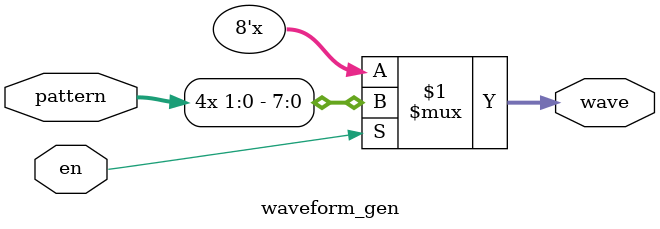
<source format=v>
module waveform_gen(
    input en, 
    input [1:0] pattern,
    output  [7:0] wave
);
    assign wave = en ? {4{pattern}} : 8'bz;
endmodule 
</source>
